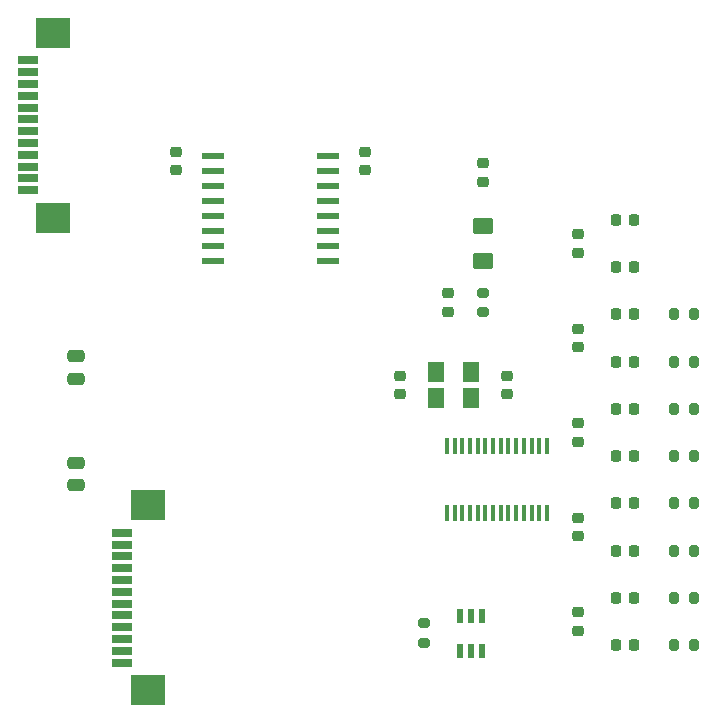
<source format=gbr>
%TF.GenerationSoftware,KiCad,Pcbnew,9.0.1*%
%TF.CreationDate,2025-04-28T13:09:30+03:00*%
%TF.ProjectId,PM_CNV-AI4_W,504d5f43-4e56-42d4-9149-345f572e6b69,rev?*%
%TF.SameCoordinates,Original*%
%TF.FileFunction,Paste,Top*%
%TF.FilePolarity,Positive*%
%FSLAX46Y46*%
G04 Gerber Fmt 4.6, Leading zero omitted, Abs format (unit mm)*
G04 Created by KiCad (PCBNEW 9.0.1) date 2025-04-28 13:09:30*
%MOMM*%
%LPD*%
G01*
G04 APERTURE LIST*
G04 Aperture macros list*
%AMRoundRect*
0 Rectangle with rounded corners*
0 $1 Rounding radius*
0 $2 $3 $4 $5 $6 $7 $8 $9 X,Y pos of 4 corners*
0 Add a 4 corners polygon primitive as box body*
4,1,4,$2,$3,$4,$5,$6,$7,$8,$9,$2,$3,0*
0 Add four circle primitives for the rounded corners*
1,1,$1+$1,$2,$3*
1,1,$1+$1,$4,$5*
1,1,$1+$1,$6,$7*
1,1,$1+$1,$8,$9*
0 Add four rect primitives between the rounded corners*
20,1,$1+$1,$2,$3,$4,$5,0*
20,1,$1+$1,$4,$5,$6,$7,0*
20,1,$1+$1,$6,$7,$8,$9,0*
20,1,$1+$1,$8,$9,$2,$3,0*%
G04 Aperture macros list end*
%ADD10RoundRect,0.200000X-0.200000X-0.275000X0.200000X-0.275000X0.200000X0.275000X-0.200000X0.275000X0*%
%ADD11RoundRect,0.225000X0.225000X0.250000X-0.225000X0.250000X-0.225000X-0.250000X0.225000X-0.250000X0*%
%ADD12RoundRect,0.225000X0.250000X-0.225000X0.250000X0.225000X-0.250000X0.225000X-0.250000X-0.225000X0*%
%ADD13RoundRect,0.200000X-0.275000X0.200000X-0.275000X-0.200000X0.275000X-0.200000X0.275000X0.200000X0*%
%ADD14RoundRect,0.250001X0.624999X-0.462499X0.624999X0.462499X-0.624999X0.462499X-0.624999X-0.462499X0*%
%ADD15R,1.803400X0.635000*%
%ADD16R,2.997200X2.590800*%
%ADD17RoundRect,0.200000X0.275000X-0.200000X0.275000X0.200000X-0.275000X0.200000X-0.275000X-0.200000X0*%
%ADD18R,1.397000X1.738275*%
%ADD19R,1.854200X0.482600*%
%ADD20RoundRect,0.250000X0.475000X-0.250000X0.475000X0.250000X-0.475000X0.250000X-0.475000X-0.250000X0*%
%ADD21R,0.558800X1.181100*%
%ADD22R,0.355600X1.473200*%
%ADD23RoundRect,0.250000X-0.475000X0.250000X-0.475000X-0.250000X0.475000X-0.250000X0.475000X0.250000X0*%
%ADD24RoundRect,0.225000X-0.250000X0.225000X-0.250000X-0.225000X0.250000X-0.225000X0.250000X0.225000X0*%
G04 APERTURE END LIST*
D10*
%TO.C,R5*%
X21175000Y6000000D03*
X22825000Y6000000D03*
%TD*%
%TO.C,R9*%
X21175000Y-10000000D03*
X22825000Y-10000000D03*
%TD*%
D11*
%TO.C,C20*%
X17775000Y14000000D03*
X16225000Y14000000D03*
%TD*%
%TO.C,C21*%
X17775000Y10000000D03*
X16225000Y10000000D03*
%TD*%
D12*
%TO.C,C9*%
X2000000Y14225000D03*
X2000000Y15775000D03*
%TD*%
%TO.C,C17*%
X13000000Y-12775000D03*
X13000000Y-11225000D03*
%TD*%
%TO.C,C14*%
X13000000Y11225000D03*
X13000000Y12775000D03*
%TD*%
D11*
%TO.C,C19*%
X17775000Y18000000D03*
X16225000Y18000000D03*
%TD*%
D12*
%TO.C,C15*%
X13000000Y3225000D03*
X13000000Y4775000D03*
%TD*%
D11*
%TO.C,C18*%
X17775000Y22000000D03*
X16225000Y22000000D03*
%TD*%
D13*
%TO.C,R2*%
X5000000Y15825000D03*
X5000000Y14175000D03*
%TD*%
D11*
%TO.C,C25*%
X17775000Y-6000000D03*
X16225000Y-6000000D03*
%TD*%
D10*
%TO.C,R4*%
X21175000Y10000000D03*
X22825000Y10000000D03*
%TD*%
D11*
%TO.C,C23*%
X17775000Y2000000D03*
X16225000Y2000000D03*
%TD*%
D12*
%TO.C,C7*%
X-2000000Y7225000D03*
X-2000000Y8775000D03*
%TD*%
D14*
%TO.C,L1*%
X5000000Y18512500D03*
X5000000Y21487500D03*
%TD*%
D15*
%TO.C,J2*%
X-25556000Y-15499992D03*
X-25556000Y-14499994D03*
X-25556000Y-13499996D03*
X-25556000Y-12499998D03*
X-25556000Y-11500000D03*
X-25556000Y-10500000D03*
X-25556000Y-9500000D03*
X-25556000Y-8500000D03*
X-25556000Y-7500002D03*
X-25556000Y-6500004D03*
X-25556000Y-5500006D03*
X-25556000Y-4500008D03*
D16*
X-23385999Y-17850003D03*
X-23385999Y-2149997D03*
%TD*%
D17*
%TO.C,R1*%
X0Y-13825000D03*
X0Y-12175000D03*
%TD*%
D18*
%TO.C,C8*%
X1000000Y6913337D03*
X1000000Y9086663D03*
%TD*%
D11*
%TO.C,C24*%
X17775000Y-2000000D03*
X16225000Y-2000000D03*
%TD*%
D19*
%TO.C,U5*%
X-17876800Y27445000D03*
X-17876800Y26175000D03*
X-17876800Y24905000D03*
X-17876800Y23635000D03*
X-17876800Y22365000D03*
X-17876800Y21095000D03*
X-17876800Y19825000D03*
X-17876800Y18555000D03*
X-8123200Y18555000D03*
X-8123200Y19825000D03*
X-8123200Y21095000D03*
X-8123200Y22365000D03*
X-8123200Y23635000D03*
X-8123200Y24905000D03*
X-8123200Y26175000D03*
X-8123200Y27445000D03*
%TD*%
D12*
%TO.C,C16*%
X13000000Y-4775000D03*
X13000000Y-3225000D03*
%TD*%
D20*
%TO.C,C2*%
X-29500000Y-450000D03*
X-29500000Y1450000D03*
%TD*%
D21*
%TO.C,U6*%
X4950001Y-11533150D03*
X4000000Y-11533150D03*
X3049999Y-11533150D03*
X3049999Y-14466850D03*
X4000000Y-14466850D03*
X4950001Y-14466850D03*
%TD*%
D11*
%TO.C,C27*%
X17775000Y-14000000D03*
X16225000Y-14000000D03*
%TD*%
D12*
%TO.C,C11*%
X5000000Y25225000D03*
X5000000Y26775000D03*
%TD*%
D22*
%TO.C,U7*%
X1950000Y-2819400D03*
X2600001Y-2819400D03*
X3250000Y-2819400D03*
X3900001Y-2819400D03*
X4549999Y-2819400D03*
X5200001Y-2819400D03*
X5849999Y-2819400D03*
X6499998Y-2819400D03*
X7149999Y-2819400D03*
X7799998Y-2819400D03*
X8449999Y-2819400D03*
X9099998Y-2819400D03*
X9749999Y-2819400D03*
X10399998Y-2819400D03*
X10400000Y2819400D03*
X9749999Y2819400D03*
X9100000Y2819400D03*
X8449999Y2819400D03*
X7800001Y2819400D03*
X7149999Y2819400D03*
X6500001Y2819400D03*
X5849999Y2819400D03*
X5200001Y2819400D03*
X4549999Y2819400D03*
X3900001Y2819400D03*
X3250000Y2819400D03*
X2600001Y2819400D03*
X1950000Y2819400D03*
%TD*%
D23*
%TO.C,C1*%
X-29500000Y10450000D03*
X-29500000Y8550000D03*
%TD*%
D12*
%TO.C,C12*%
X7000000Y7225000D03*
X7000000Y8775000D03*
%TD*%
D10*
%TO.C,R7*%
X21175000Y-2000000D03*
X22825000Y-2000000D03*
%TD*%
D15*
%TO.C,J1*%
X-33556000Y24500008D03*
X-33556000Y25500006D03*
X-33556000Y26500004D03*
X-33556000Y27500002D03*
X-33556000Y28500000D03*
X-33556000Y29500000D03*
X-33556000Y30500000D03*
X-33556000Y31500000D03*
X-33556000Y32499998D03*
X-33556000Y33499996D03*
X-33556000Y34499994D03*
X-33556000Y35499992D03*
D16*
X-31385999Y22149997D03*
X-31385999Y37850003D03*
%TD*%
D12*
%TO.C,C13*%
X13000000Y19225000D03*
X13000000Y20775000D03*
%TD*%
D11*
%TO.C,C26*%
X17775000Y-10000000D03*
X16225000Y-10000000D03*
%TD*%
D10*
%TO.C,R3*%
X21175000Y14000000D03*
X22825000Y14000000D03*
%TD*%
D11*
%TO.C,C22*%
X17775000Y6000000D03*
X16225000Y6000000D03*
%TD*%
D10*
%TO.C,R8*%
X21175000Y-6000000D03*
X22825000Y-6000000D03*
%TD*%
D18*
%TO.C,C10*%
X4000000Y6913337D03*
X4000000Y9086663D03*
%TD*%
D12*
%TO.C,C5*%
X-5000000Y26225000D03*
X-5000000Y27775000D03*
%TD*%
D24*
%TO.C,C3*%
X-21000000Y27775000D03*
X-21000000Y26225000D03*
%TD*%
D10*
%TO.C,R6*%
X21175000Y2000000D03*
X22825000Y2000000D03*
%TD*%
%TO.C,R10*%
X21175000Y-14000000D03*
X22825000Y-14000000D03*
%TD*%
M02*

</source>
